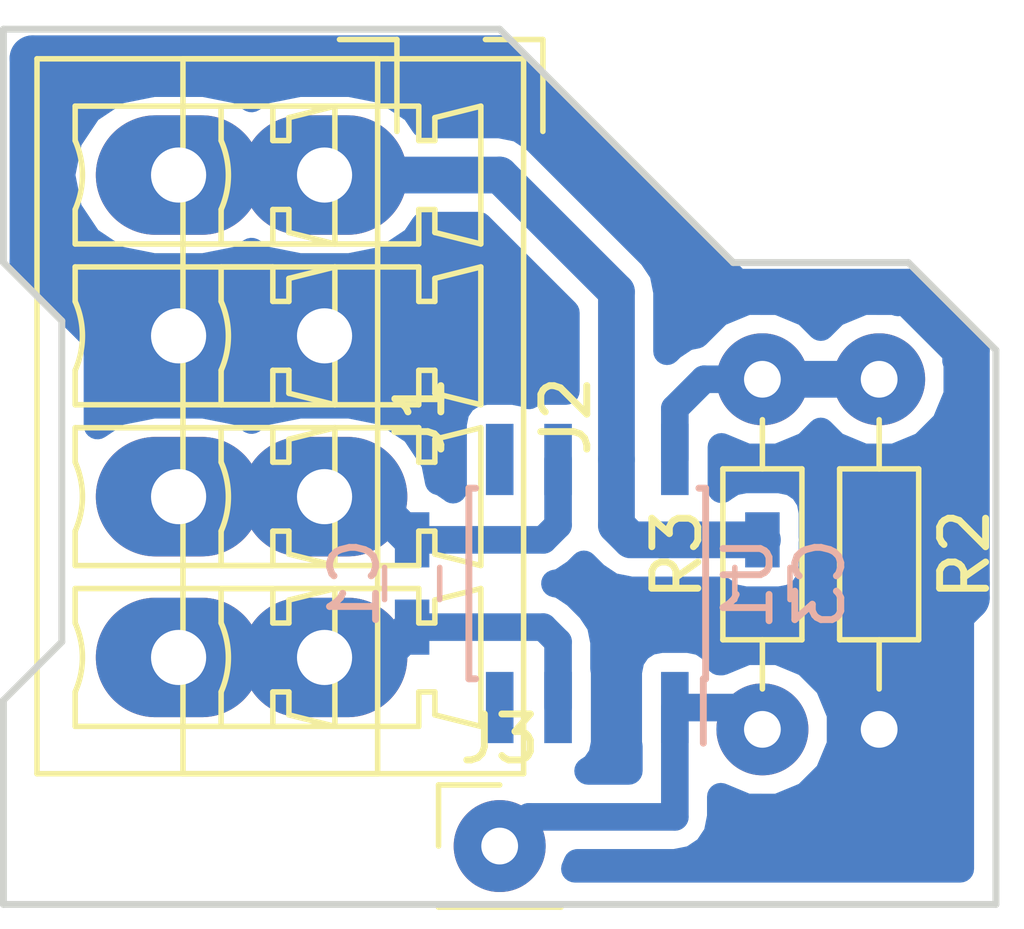
<source format=kicad_pcb>
(kicad_pcb (version 4) (host pcbnew 4.0.7)

  (general
    (links 17)
    (no_connects 0)
    (area 58.43 70.354999 85.58 95.575)
    (thickness 1.6)
    (drawings 11)
    (tracks 48)
    (zones 0)
    (modules 8)
    (nets 7)
  )

  (page A4)
  (layers
    (0 F.Cu signal)
    (31 B.Cu signal)
    (32 B.Adhes user)
    (33 F.Adhes user)
    (34 B.Paste user)
    (35 F.Paste user)
    (36 B.SilkS user)
    (37 F.SilkS user)
    (38 B.Mask user)
    (39 F.Mask user)
    (40 Dwgs.User user)
    (41 Cmts.User user)
    (42 Eco1.User user)
    (43 Eco2.User user)
    (44 Edge.Cuts user)
    (45 Margin user)
    (46 B.CrtYd user)
    (47 F.CrtYd user)
    (48 B.Fab user hide)
    (49 F.Fab user hide)
  )

  (setup
    (last_trace_width 1)
    (user_trace_width 0.6)
    (user_trace_width 0.8)
    (user_trace_width 1)
    (user_trace_width 1.5)
    (user_trace_width 2)
    (user_trace_width 2.8)
    (user_trace_width 3)
    (trace_clearance 0.2)
    (zone_clearance 0.4)
    (zone_45_only no)
    (trace_min 0.6)
    (segment_width 0.2)
    (edge_width 0.15)
    (via_size 1.5)
    (via_drill 0.8)
    (via_min_size 1.5)
    (via_min_drill 0.8)
    (user_via 1.5 0.8)
    (user_via 2 0.8)
    (uvia_size 0.3)
    (uvia_drill 0.1)
    (uvias_allowed no)
    (uvia_min_size 0.2)
    (uvia_min_drill 0.1)
    (pcb_text_width 0.3)
    (pcb_text_size 1.5 1.5)
    (mod_edge_width 0.15)
    (mod_text_size 1 1)
    (mod_text_width 0.15)
    (pad_size 2.6 3.6)
    (pad_drill 1.2)
    (pad_to_mask_clearance 0.2)
    (aux_axis_origin 0 0)
    (visible_elements 7FFFFFFF)
    (pcbplotparams
      (layerselection 0x01000_80000000)
      (usegerberextensions false)
      (excludeedgelayer false)
      (linewidth 0.200000)
      (plotframeref false)
      (viasonmask false)
      (mode 1)
      (useauxorigin false)
      (hpglpennumber 1)
      (hpglpenspeed 20)
      (hpglpendiameter 15)
      (hpglpenoverlay 2)
      (psnegative false)
      (psa4output false)
      (plotreference true)
      (plotvalue true)
      (plotinvisibletext false)
      (padsonsilk false)
      (subtractmaskfromsilk false)
      (outputformat 1)
      (mirror false)
      (drillshape 0)
      (scaleselection 1)
      (outputdirectory ""))
  )

  (net 0 "")
  (net 1 "Net-(C1-Pad1)")
  (net 2 "Net-(C1-Pad2)")
  (net 3 GND)
  (net 4 +3V3)
  (net 5 "Net-(R2-Pad1)")
  (net 6 "Net-(J3-Pad1)")

  (net_class Default "Ceci est la Netclass par défaut"
    (clearance 0.2)
    (trace_width 0.6)
    (via_dia 1.5)
    (via_drill 0.8)
    (uvia_dia 0.3)
    (uvia_drill 0.1)
    (add_net +3V3)
    (add_net GND)
    (add_net "Net-(C1-Pad1)")
    (add_net "Net-(C1-Pad2)")
    (add_net "Net-(J3-Pad1)")
    (add_net "Net-(R2-Pad1)")
  )

  (net_class AC ""
    (clearance 2.2)
    (trace_width 1)
    (via_dia 1.5)
    (via_drill 0.8)
    (uvia_dia 0.3)
    (uvia_drill 0.1)
  )

  (module Connectors_Phoenix:PhoenixContact_MCV-G_04x3.50mm_Vertical (layer F.Cu) (tedit 59566E60) (tstamp 5C361570)
    (at 65.405 75.565 270)
    (descr "Generic Phoenix Contact connector footprint for series: MCV-G; number of pins: 04; pin pitch: 3.50mm; Vertical || order number: 1843622 8A 160V")
    (tags "phoenix_contact connector MCV_01x04_G_3.5mm")
    (path /5BD69704)
    (fp_text reference J1 (at 5.25 -5.25 270) (layer F.SilkS)
      (effects (font (size 1 1) (thickness 0.15)))
    )
    (fp_text value Conn_01x04 (at 5.25 4 270) (layer F.Fab)
      (effects (font (size 1 1) (thickness 0.15)))
    )
    (fp_arc (start 0 3.95) (end -0.75 2.25) (angle 47.6) (layer F.SilkS) (width 0.12))
    (fp_arc (start 3.5 3.95) (end 2.75 2.25) (angle 47.6) (layer F.SilkS) (width 0.12))
    (fp_arc (start 7 3.95) (end 6.25 2.25) (angle 47.6) (layer F.SilkS) (width 0.12))
    (fp_arc (start 10.5 3.95) (end 9.75 2.25) (angle 47.6) (layer F.SilkS) (width 0.12))
    (fp_line (start -2.53 -4.33) (end -2.53 3.08) (layer F.SilkS) (width 0.12))
    (fp_line (start -2.53 3.08) (end 13.03 3.08) (layer F.SilkS) (width 0.12))
    (fp_line (start 13.03 3.08) (end 13.03 -4.33) (layer F.SilkS) (width 0.12))
    (fp_line (start 13.03 -4.33) (end -2.53 -4.33) (layer F.SilkS) (width 0.12))
    (fp_line (start -2.45 -4.25) (end -2.45 3) (layer F.Fab) (width 0.1))
    (fp_line (start -2.45 3) (end 12.95 3) (layer F.Fab) (width 0.1))
    (fp_line (start 12.95 3) (end 12.95 -4.25) (layer F.Fab) (width 0.1))
    (fp_line (start 12.95 -4.25) (end -2.45 -4.25) (layer F.Fab) (width 0.1))
    (fp_line (start -0.75 2.25) (end -1.5 2.25) (layer F.SilkS) (width 0.12))
    (fp_line (start -1.5 2.25) (end -1.5 -2.05) (layer F.SilkS) (width 0.12))
    (fp_line (start -1.5 -2.05) (end -0.75 -2.05) (layer F.SilkS) (width 0.12))
    (fp_line (start -0.75 -2.05) (end -0.75 -2.4) (layer F.SilkS) (width 0.12))
    (fp_line (start -0.75 -2.4) (end -1.25 -2.4) (layer F.SilkS) (width 0.12))
    (fp_line (start -1.25 -2.4) (end -1.5 -3.4) (layer F.SilkS) (width 0.12))
    (fp_line (start -1.5 -3.4) (end 1.5 -3.4) (layer F.SilkS) (width 0.12))
    (fp_line (start 1.5 -3.4) (end 1.25 -2.4) (layer F.SilkS) (width 0.12))
    (fp_line (start 1.25 -2.4) (end 0.75 -2.4) (layer F.SilkS) (width 0.12))
    (fp_line (start 0.75 -2.4) (end 0.75 -2.05) (layer F.SilkS) (width 0.12))
    (fp_line (start 0.75 -2.05) (end 1.5 -2.05) (layer F.SilkS) (width 0.12))
    (fp_line (start 1.5 -2.05) (end 1.5 2.25) (layer F.SilkS) (width 0.12))
    (fp_line (start 1.5 2.25) (end 0.75 2.25) (layer F.SilkS) (width 0.12))
    (fp_line (start 2.75 2.25) (end 2 2.25) (layer F.SilkS) (width 0.12))
    (fp_line (start 2 2.25) (end 2 -2.05) (layer F.SilkS) (width 0.12))
    (fp_line (start 2 -2.05) (end 2.75 -2.05) (layer F.SilkS) (width 0.12))
    (fp_line (start 2.75 -2.05) (end 2.75 -2.4) (layer F.SilkS) (width 0.12))
    (fp_line (start 2.75 -2.4) (end 2.25 -2.4) (layer F.SilkS) (width 0.12))
    (fp_line (start 2.25 -2.4) (end 2 -3.4) (layer F.SilkS) (width 0.12))
    (fp_line (start 2 -3.4) (end 5 -3.4) (layer F.SilkS) (width 0.12))
    (fp_line (start 5 -3.4) (end 4.75 -2.4) (layer F.SilkS) (width 0.12))
    (fp_line (start 4.75 -2.4) (end 4.25 -2.4) (layer F.SilkS) (width 0.12))
    (fp_line (start 4.25 -2.4) (end 4.25 -2.05) (layer F.SilkS) (width 0.12))
    (fp_line (start 4.25 -2.05) (end 5 -2.05) (layer F.SilkS) (width 0.12))
    (fp_line (start 5 -2.05) (end 5 2.25) (layer F.SilkS) (width 0.12))
    (fp_line (start 5 2.25) (end 4.25 2.25) (layer F.SilkS) (width 0.12))
    (fp_line (start 6.25 2.25) (end 5.5 2.25) (layer F.SilkS) (width 0.12))
    (fp_line (start 5.5 2.25) (end 5.5 -2.05) (layer F.SilkS) (width 0.12))
    (fp_line (start 5.5 -2.05) (end 6.25 -2.05) (layer F.SilkS) (width 0.12))
    (fp_line (start 6.25 -2.05) (end 6.25 -2.4) (layer F.SilkS) (width 0.12))
    (fp_line (start 6.25 -2.4) (end 5.75 -2.4) (layer F.SilkS) (width 0.12))
    (fp_line (start 5.75 -2.4) (end 5.5 -3.4) (layer F.SilkS) (width 0.12))
    (fp_line (start 5.5 -3.4) (end 8.5 -3.4) (layer F.SilkS) (width 0.12))
    (fp_line (start 8.5 -3.4) (end 8.25 -2.4) (layer F.SilkS) (width 0.12))
    (fp_line (start 8.25 -2.4) (end 7.75 -2.4) (layer F.SilkS) (width 0.12))
    (fp_line (start 7.75 -2.4) (end 7.75 -2.05) (layer F.SilkS) (width 0.12))
    (fp_line (start 7.75 -2.05) (end 8.5 -2.05) (layer F.SilkS) (width 0.12))
    (fp_line (start 8.5 -2.05) (end 8.5 2.25) (layer F.SilkS) (width 0.12))
    (fp_line (start 8.5 2.25) (end 7.75 2.25) (layer F.SilkS) (width 0.12))
    (fp_line (start 9.75 2.25) (end 9 2.25) (layer F.SilkS) (width 0.12))
    (fp_line (start 9 2.25) (end 9 -2.05) (layer F.SilkS) (width 0.12))
    (fp_line (start 9 -2.05) (end 9.75 -2.05) (layer F.SilkS) (width 0.12))
    (fp_line (start 9.75 -2.05) (end 9.75 -2.4) (layer F.SilkS) (width 0.12))
    (fp_line (start 9.75 -2.4) (end 9.25 -2.4) (layer F.SilkS) (width 0.12))
    (fp_line (start 9.25 -2.4) (end 9 -3.4) (layer F.SilkS) (width 0.12))
    (fp_line (start 9 -3.4) (end 12 -3.4) (layer F.SilkS) (width 0.12))
    (fp_line (start 12 -3.4) (end 11.75 -2.4) (layer F.SilkS) (width 0.12))
    (fp_line (start 11.75 -2.4) (end 11.25 -2.4) (layer F.SilkS) (width 0.12))
    (fp_line (start 11.25 -2.4) (end 11.25 -2.05) (layer F.SilkS) (width 0.12))
    (fp_line (start 11.25 -2.05) (end 12 -2.05) (layer F.SilkS) (width 0.12))
    (fp_line (start 12 -2.05) (end 12 2.25) (layer F.SilkS) (width 0.12))
    (fp_line (start 12 2.25) (end 11.25 2.25) (layer F.SilkS) (width 0.12))
    (fp_line (start -2.95 -4.75) (end -2.95 3.5) (layer F.CrtYd) (width 0.05))
    (fp_line (start -2.95 3.5) (end 13.45 3.5) (layer F.CrtYd) (width 0.05))
    (fp_line (start 13.45 3.5) (end 13.45 -4.75) (layer F.CrtYd) (width 0.05))
    (fp_line (start 13.45 -4.75) (end -2.95 -4.75) (layer F.CrtYd) (width 0.05))
    (fp_line (start -2.95 -3.5) (end -2.95 -4.75) (layer F.SilkS) (width 0.12))
    (fp_line (start -2.95 -4.75) (end -0.95 -4.75) (layer F.SilkS) (width 0.12))
    (fp_line (start -2.95 -3.5) (end -2.95 -4.75) (layer F.Fab) (width 0.1))
    (fp_line (start -2.95 -4.75) (end -0.95 -4.75) (layer F.Fab) (width 0.1))
    (fp_text user %R (at 5.25 -3 270) (layer F.Fab)
      (effects (font (size 1 1) (thickness 0.15)))
    )
    (pad 1 thru_hole oval (at 0 0 270) (size 2.6 3.6) (drill 1.2) (layers *.Cu *.Mask)
      (net 4 +3V3))
    (pad 2 thru_hole oval (at 3.5 0 270) (size 2.6 3.6) (drill 1.2) (layers *.Cu *.Mask)
      (net 3 GND))
    (pad 3 thru_hole oval (at 7 0 270) (size 2.6 3.6) (drill 1.2) (layers *.Cu *.Mask)
      (net 1 "Net-(C1-Pad1)"))
    (pad 4 thru_hole oval (at 10.5 0 270) (size 2.6 3.6) (drill 1.2) (layers *.Cu *.Mask)
      (net 2 "Net-(C1-Pad2)"))
    (model ${KISYS3DMOD}/Connectors_Phoenix.3dshapes/PhoenixContact_MCV-G_04x3.50mm_Vertical.wrl
      (at (xyz 0 0 0))
      (scale (xyz 1 1 1))
      (rotate (xyz 0 0 0))
    )
  )

  (module Connectors_Phoenix:PhoenixContact_MCV-G_04x3.50mm_Vertical (layer F.Cu) (tedit 5C363210) (tstamp 5C0008C4)
    (at 68.58 75.565 270)
    (descr "Generic Phoenix Contact connector footprint for series: MCV-G; number of pins: 04; pin pitch: 3.50mm; Vertical || order number: 1843622 8A 160V")
    (tags "phoenix_contact connector MCV_01x04_G_3.5mm")
    (path /5BD6A6CC)
    (fp_text reference J2 (at 5.25 -5.25 270) (layer F.SilkS)
      (effects (font (size 1 1) (thickness 0.15)))
    )
    (fp_text value Conn_01x04 (at 5.25 4 270) (layer F.Fab)
      (effects (font (size 1 1) (thickness 0.15)))
    )
    (fp_arc (start 0 3.95) (end -0.75 2.25) (angle 47.6) (layer F.SilkS) (width 0.12))
    (fp_arc (start 3.5 3.95) (end 2.75 2.25) (angle 47.6) (layer F.SilkS) (width 0.12))
    (fp_arc (start 7 3.95) (end 6.25 2.25) (angle 47.6) (layer F.SilkS) (width 0.12))
    (fp_arc (start 10.5 3.95) (end 9.75 2.25) (angle 47.6) (layer F.SilkS) (width 0.12))
    (fp_line (start -2.53 -4.33) (end -2.53 3.08) (layer F.SilkS) (width 0.12))
    (fp_line (start -2.53 3.08) (end 13.03 3.08) (layer F.SilkS) (width 0.12))
    (fp_line (start 13.03 3.08) (end 13.03 -4.33) (layer F.SilkS) (width 0.12))
    (fp_line (start 13.03 -4.33) (end -2.53 -4.33) (layer F.SilkS) (width 0.12))
    (fp_line (start -2.45 -4.25) (end -2.45 3) (layer F.Fab) (width 0.1))
    (fp_line (start -2.45 3) (end 12.95 3) (layer F.Fab) (width 0.1))
    (fp_line (start 12.95 3) (end 12.95 -4.25) (layer F.Fab) (width 0.1))
    (fp_line (start 12.95 -4.25) (end -2.45 -4.25) (layer F.Fab) (width 0.1))
    (fp_line (start -0.75 2.25) (end -1.5 2.25) (layer F.SilkS) (width 0.12))
    (fp_line (start -1.5 2.25) (end -1.5 -2.05) (layer F.SilkS) (width 0.12))
    (fp_line (start -1.5 -2.05) (end -0.75 -2.05) (layer F.SilkS) (width 0.12))
    (fp_line (start -0.75 -2.05) (end -0.75 -2.4) (layer F.SilkS) (width 0.12))
    (fp_line (start -0.75 -2.4) (end -1.25 -2.4) (layer F.SilkS) (width 0.12))
    (fp_line (start -1.25 -2.4) (end -1.5 -3.4) (layer F.SilkS) (width 0.12))
    (fp_line (start -1.5 -3.4) (end 1.5 -3.4) (layer F.SilkS) (width 0.12))
    (fp_line (start 1.5 -3.4) (end 1.25 -2.4) (layer F.SilkS) (width 0.12))
    (fp_line (start 1.25 -2.4) (end 0.75 -2.4) (layer F.SilkS) (width 0.12))
    (fp_line (start 0.75 -2.4) (end 0.75 -2.05) (layer F.SilkS) (width 0.12))
    (fp_line (start 0.75 -2.05) (end 1.5 -2.05) (layer F.SilkS) (width 0.12))
    (fp_line (start 1.5 -2.05) (end 1.5 2.25) (layer F.SilkS) (width 0.12))
    (fp_line (start 1.5 2.25) (end 0.75 2.25) (layer F.SilkS) (width 0.12))
    (fp_line (start 2.75 2.25) (end 2 2.25) (layer F.SilkS) (width 0.12))
    (fp_line (start 2 2.25) (end 2 -2.05) (layer F.SilkS) (width 0.12))
    (fp_line (start 2 -2.05) (end 2.75 -2.05) (layer F.SilkS) (width 0.12))
    (fp_line (start 2.75 -2.05) (end 2.75 -2.4) (layer F.SilkS) (width 0.12))
    (fp_line (start 2.75 -2.4) (end 2.25 -2.4) (layer F.SilkS) (width 0.12))
    (fp_line (start 2.25 -2.4) (end 2 -3.4) (layer F.SilkS) (width 0.12))
    (fp_line (start 2 -3.4) (end 5 -3.4) (layer F.SilkS) (width 0.12))
    (fp_line (start 5 -3.4) (end 4.75 -2.4) (layer F.SilkS) (width 0.12))
    (fp_line (start 4.75 -2.4) (end 4.25 -2.4) (layer F.SilkS) (width 0.12))
    (fp_line (start 4.25 -2.4) (end 4.25 -2.05) (layer F.SilkS) (width 0.12))
    (fp_line (start 4.25 -2.05) (end 5 -2.05) (layer F.SilkS) (width 0.12))
    (fp_line (start 5 -2.05) (end 5 2.25) (layer F.SilkS) (width 0.12))
    (fp_line (start 5 2.25) (end 4.25 2.25) (layer F.SilkS) (width 0.12))
    (fp_line (start 6.25 2.25) (end 5.5 2.25) (layer F.SilkS) (width 0.12))
    (fp_line (start 5.5 2.25) (end 5.5 -2.05) (layer F.SilkS) (width 0.12))
    (fp_line (start 5.5 -2.05) (end 6.25 -2.05) (layer F.SilkS) (width 0.12))
    (fp_line (start 6.25 -2.05) (end 6.25 -2.4) (layer F.SilkS) (width 0.12))
    (fp_line (start 6.25 -2.4) (end 5.75 -2.4) (layer F.SilkS) (width 0.12))
    (fp_line (start 5.75 -2.4) (end 5.5 -3.4) (layer F.SilkS) (width 0.12))
    (fp_line (start 5.5 -3.4) (end 8.5 -3.4) (layer F.SilkS) (width 0.12))
    (fp_line (start 8.5 -3.4) (end 8.25 -2.4) (layer F.SilkS) (width 0.12))
    (fp_line (start 8.25 -2.4) (end 7.75 -2.4) (layer F.SilkS) (width 0.12))
    (fp_line (start 7.75 -2.4) (end 7.75 -2.05) (layer F.SilkS) (width 0.12))
    (fp_line (start 7.75 -2.05) (end 8.5 -2.05) (layer F.SilkS) (width 0.12))
    (fp_line (start 8.5 -2.05) (end 8.5 2.25) (layer F.SilkS) (width 0.12))
    (fp_line (start 8.5 2.25) (end 7.75 2.25) (layer F.SilkS) (width 0.12))
    (fp_line (start 9.75 2.25) (end 9 2.25) (layer F.SilkS) (width 0.12))
    (fp_line (start 9 2.25) (end 9 -2.05) (layer F.SilkS) (width 0.12))
    (fp_line (start 9 -2.05) (end 9.75 -2.05) (layer F.SilkS) (width 0.12))
    (fp_line (start 9.75 -2.05) (end 9.75 -2.4) (layer F.SilkS) (width 0.12))
    (fp_line (start 9.75 -2.4) (end 9.25 -2.4) (layer F.SilkS) (width 0.12))
    (fp_line (start 9.25 -2.4) (end 9 -3.4) (layer F.SilkS) (width 0.12))
    (fp_line (start 9 -3.4) (end 12 -3.4) (layer F.SilkS) (width 0.12))
    (fp_line (start 12 -3.4) (end 11.75 -2.4) (layer F.SilkS) (width 0.12))
    (fp_line (start 11.75 -2.4) (end 11.25 -2.4) (layer F.SilkS) (width 0.12))
    (fp_line (start 11.25 -2.4) (end 11.25 -2.05) (layer F.SilkS) (width 0.12))
    (fp_line (start 11.25 -2.05) (end 12 -2.05) (layer F.SilkS) (width 0.12))
    (fp_line (start 12 -2.05) (end 12 2.25) (layer F.SilkS) (width 0.12))
    (fp_line (start 12 2.25) (end 11.25 2.25) (layer F.SilkS) (width 0.12))
    (fp_line (start -2.95 -4.75) (end -2.95 3.5) (layer F.CrtYd) (width 0.05))
    (fp_line (start -2.95 3.5) (end 13.45 3.5) (layer F.CrtYd) (width 0.05))
    (fp_line (start 13.45 3.5) (end 13.45 -4.75) (layer F.CrtYd) (width 0.05))
    (fp_line (start 13.45 -4.75) (end -2.95 -4.75) (layer F.CrtYd) (width 0.05))
    (fp_line (start -2.95 -3.5) (end -2.95 -4.75) (layer F.SilkS) (width 0.12))
    (fp_line (start -2.95 -4.75) (end -0.95 -4.75) (layer F.SilkS) (width 0.12))
    (fp_line (start -2.95 -3.5) (end -2.95 -4.75) (layer F.Fab) (width 0.1))
    (fp_line (start -2.95 -4.75) (end -0.95 -4.75) (layer F.Fab) (width 0.1))
    (fp_text user %R (at 5.25 -3 270) (layer F.Fab)
      (effects (font (size 1 1) (thickness 0.15)))
    )
    (pad 1 thru_hole oval (at 0 0 270) (size 2.6 3.6) (drill 1.2) (layers *.Cu *.Mask)
      (net 4 +3V3))
    (pad 2 thru_hole oval (at 3.5 0 270) (size 2.6 3.6) (drill 1.2) (layers *.Cu *.Mask)
      (net 3 GND))
    (pad 3 thru_hole oval (at 7 0 270) (size 2.6 3.6) (drill 1.2) (layers *.Cu *.Mask)
      (net 1 "Net-(C1-Pad1)"))
    (pad 4 thru_hole oval (at 10.5 0 270) (size 2.6 3.6) (drill 1.2) (layers *.Cu *.Mask)
      (net 2 "Net-(C1-Pad2)"))
    (model ${KISYS3DMOD}/Connectors_Phoenix.3dshapes/PhoenixContact_MCV-G_04x3.50mm_Vertical.wrl
      (at (xyz 0 0 0))
      (scale (xyz 1 1 1))
      (rotate (xyz 0 0 0))
    )
  )

  (module Capacitors_SMD:C_0603_HandSoldering (layer B.Cu) (tedit 58AA848B) (tstamp 5C361562)
    (at 70.485 84.455 270)
    (descr "Capacitor SMD 0603, hand soldering")
    (tags "capacitor 0603")
    (path /5BD81967)
    (attr smd)
    (fp_text reference C1 (at 0 1.25 270) (layer B.SilkS)
      (effects (font (size 1 1) (thickness 0.15)) (justify mirror))
    )
    (fp_text value 100nF (at 0 -1.5 270) (layer B.Fab)
      (effects (font (size 1 1) (thickness 0.15)) (justify mirror))
    )
    (fp_text user %R (at 0 1.25 270) (layer B.Fab)
      (effects (font (size 1 1) (thickness 0.15)) (justify mirror))
    )
    (fp_line (start -0.8 -0.4) (end -0.8 0.4) (layer B.Fab) (width 0.1))
    (fp_line (start 0.8 -0.4) (end -0.8 -0.4) (layer B.Fab) (width 0.1))
    (fp_line (start 0.8 0.4) (end 0.8 -0.4) (layer B.Fab) (width 0.1))
    (fp_line (start -0.8 0.4) (end 0.8 0.4) (layer B.Fab) (width 0.1))
    (fp_line (start -0.35 0.6) (end 0.35 0.6) (layer B.SilkS) (width 0.12))
    (fp_line (start 0.35 -0.6) (end -0.35 -0.6) (layer B.SilkS) (width 0.12))
    (fp_line (start -1.8 0.65) (end 1.8 0.65) (layer B.CrtYd) (width 0.05))
    (fp_line (start -1.8 0.65) (end -1.8 -0.65) (layer B.CrtYd) (width 0.05))
    (fp_line (start 1.8 -0.65) (end 1.8 0.65) (layer B.CrtYd) (width 0.05))
    (fp_line (start 1.8 -0.65) (end -1.8 -0.65) (layer B.CrtYd) (width 0.05))
    (pad 1 smd rect (at -0.95 0 270) (size 1.2 0.75) (layers B.Cu B.Paste B.Mask)
      (net 1 "Net-(C1-Pad1)"))
    (pad 2 smd rect (at 0.95 0 270) (size 1.2 0.75) (layers B.Cu B.Paste B.Mask)
      (net 2 "Net-(C1-Pad2)"))
    (model Capacitors_SMD.3dshapes/C_0603.wrl
      (at (xyz 0 0 0))
      (scale (xyz 1 1 1))
      (rotate (xyz 0 0 0))
    )
  )

  (module Capacitors_SMD:C_0603_HandSoldering (layer B.Cu) (tedit 58AA848B) (tstamp 5C361568)
    (at 78.105 84.455 90)
    (descr "Capacitor SMD 0603, hand soldering")
    (tags "capacitor 0603")
    (path /5BD87F7D)
    (attr smd)
    (fp_text reference C3 (at 0 1.25 90) (layer B.SilkS)
      (effects (font (size 1 1) (thickness 0.15)) (justify mirror))
    )
    (fp_text value 100nF (at 0 -1.5 90) (layer B.Fab)
      (effects (font (size 1 1) (thickness 0.15)) (justify mirror))
    )
    (fp_text user %R (at 0 1.25 90) (layer B.Fab)
      (effects (font (size 1 1) (thickness 0.15)) (justify mirror))
    )
    (fp_line (start -0.8 -0.4) (end -0.8 0.4) (layer B.Fab) (width 0.1))
    (fp_line (start 0.8 -0.4) (end -0.8 -0.4) (layer B.Fab) (width 0.1))
    (fp_line (start 0.8 0.4) (end 0.8 -0.4) (layer B.Fab) (width 0.1))
    (fp_line (start -0.8 0.4) (end 0.8 0.4) (layer B.Fab) (width 0.1))
    (fp_line (start -0.35 0.6) (end 0.35 0.6) (layer B.SilkS) (width 0.12))
    (fp_line (start 0.35 -0.6) (end -0.35 -0.6) (layer B.SilkS) (width 0.12))
    (fp_line (start -1.8 0.65) (end 1.8 0.65) (layer B.CrtYd) (width 0.05))
    (fp_line (start -1.8 0.65) (end -1.8 -0.65) (layer B.CrtYd) (width 0.05))
    (fp_line (start 1.8 -0.65) (end 1.8 0.65) (layer B.CrtYd) (width 0.05))
    (fp_line (start 1.8 -0.65) (end -1.8 -0.65) (layer B.CrtYd) (width 0.05))
    (pad 1 smd rect (at -0.95 0 90) (size 1.2 0.75) (layers B.Cu B.Paste B.Mask)
      (net 3 GND))
    (pad 2 smd rect (at 0.95 0 90) (size 1.2 0.75) (layers B.Cu B.Paste B.Mask)
      (net 4 +3V3))
    (model Capacitors_SMD.3dshapes/C_0603.wrl
      (at (xyz 0 0 0))
      (scale (xyz 1 1 1))
      (rotate (xyz 0 0 0))
    )
  )

  (module Pin_Headers:Pin_Header_Straight_1x01_Pitch2.54mm (layer F.Cu) (tedit 5C3631D8) (tstamp 5C361575)
    (at 72.39 90.17)
    (descr "Through hole straight pin header, 1x01, 2.54mm pitch, single row")
    (tags "Through hole pin header THT 1x01 2.54mm single row")
    (path /5C361195)
    (fp_text reference J3 (at 0 -2.33) (layer F.SilkS)
      (effects (font (size 1 1) (thickness 0.15)))
    )
    (fp_text value Conn_01x01 (at 0 2.33) (layer F.Fab)
      (effects (font (size 1 1) (thickness 0.15)))
    )
    (fp_line (start -0.635 -1.27) (end 1.27 -1.27) (layer F.Fab) (width 0.1))
    (fp_line (start 1.27 -1.27) (end 1.27 1.27) (layer F.Fab) (width 0.1))
    (fp_line (start 1.27 1.27) (end -1.27 1.27) (layer F.Fab) (width 0.1))
    (fp_line (start -1.27 1.27) (end -1.27 -0.635) (layer F.Fab) (width 0.1))
    (fp_line (start -1.27 -0.635) (end -0.635 -1.27) (layer F.Fab) (width 0.1))
    (fp_line (start -1.33 1.33) (end 1.33 1.33) (layer F.SilkS) (width 0.12))
    (fp_line (start -1.33 1.27) (end -1.33 1.33) (layer F.SilkS) (width 0.12))
    (fp_line (start 1.33 1.27) (end 1.33 1.33) (layer F.SilkS) (width 0.12))
    (fp_line (start -1.33 1.27) (end 1.33 1.27) (layer F.SilkS) (width 0.12))
    (fp_line (start -1.33 0) (end -1.33 -1.33) (layer F.SilkS) (width 0.12))
    (fp_line (start -1.33 -1.33) (end 0 -1.33) (layer F.SilkS) (width 0.12))
    (fp_line (start -1.8 -1.8) (end -1.8 1.8) (layer F.CrtYd) (width 0.05))
    (fp_line (start -1.8 1.8) (end 1.8 1.8) (layer F.CrtYd) (width 0.05))
    (fp_line (start 1.8 1.8) (end 1.8 -1.8) (layer F.CrtYd) (width 0.05))
    (fp_line (start 1.8 -1.8) (end -1.8 -1.8) (layer F.CrtYd) (width 0.05))
    (fp_text user %R (at 0 0 90) (layer F.Fab)
      (effects (font (size 1 1) (thickness 0.15)))
    )
    (pad 1 thru_hole circle (at 0 0) (size 2 2) (drill 0.8) (layers *.Cu *.Mask)
      (net 6 "Net-(J3-Pad1)"))
    (model ${KISYS3DMOD}/Pin_Headers.3dshapes/Pin_Header_Straight_1x01_Pitch2.54mm.wrl
      (at (xyz 0 0 0))
      (scale (xyz 1 1 1))
      (rotate (xyz 0 0 0))
    )
  )

  (module Resistors_THT:R_Axial_DIN0204_L3.6mm_D1.6mm_P7.62mm_Horizontal (layer F.Cu) (tedit 5874F706) (tstamp 5C36157B)
    (at 80.645 80.01 270)
    (descr "Resistor, Axial_DIN0204 series, Axial, Horizontal, pin pitch=7.62mm, 0.16666666666666666W = 1/6W, length*diameter=3.6*1.6mm^2, http://cdn-reichelt.de/documents/datenblatt/B400/1_4W%23YAG.pdf")
    (tags "Resistor Axial_DIN0204 series Axial Horizontal pin pitch 7.62mm 0.16666666666666666W = 1/6W length 3.6mm diameter 1.6mm")
    (path /5BD97A4B)
    (fp_text reference R2 (at 3.81 -1.86 270) (layer F.SilkS)
      (effects (font (size 1 1) (thickness 0.15)))
    )
    (fp_text value 5.6K (at 3.81 1.86 270) (layer F.Fab)
      (effects (font (size 1 1) (thickness 0.15)))
    )
    (fp_line (start 2.01 -0.8) (end 2.01 0.8) (layer F.Fab) (width 0.1))
    (fp_line (start 2.01 0.8) (end 5.61 0.8) (layer F.Fab) (width 0.1))
    (fp_line (start 5.61 0.8) (end 5.61 -0.8) (layer F.Fab) (width 0.1))
    (fp_line (start 5.61 -0.8) (end 2.01 -0.8) (layer F.Fab) (width 0.1))
    (fp_line (start 0 0) (end 2.01 0) (layer F.Fab) (width 0.1))
    (fp_line (start 7.62 0) (end 5.61 0) (layer F.Fab) (width 0.1))
    (fp_line (start 1.95 -0.86) (end 1.95 0.86) (layer F.SilkS) (width 0.12))
    (fp_line (start 1.95 0.86) (end 5.67 0.86) (layer F.SilkS) (width 0.12))
    (fp_line (start 5.67 0.86) (end 5.67 -0.86) (layer F.SilkS) (width 0.12))
    (fp_line (start 5.67 -0.86) (end 1.95 -0.86) (layer F.SilkS) (width 0.12))
    (fp_line (start 0.88 0) (end 1.95 0) (layer F.SilkS) (width 0.12))
    (fp_line (start 6.74 0) (end 5.67 0) (layer F.SilkS) (width 0.12))
    (fp_line (start -0.95 -1.15) (end -0.95 1.15) (layer F.CrtYd) (width 0.05))
    (fp_line (start -0.95 1.15) (end 8.6 1.15) (layer F.CrtYd) (width 0.05))
    (fp_line (start 8.6 1.15) (end 8.6 -1.15) (layer F.CrtYd) (width 0.05))
    (fp_line (start 8.6 -1.15) (end -0.95 -1.15) (layer F.CrtYd) (width 0.05))
    (pad 1 thru_hole circle (at 0 0 270) (size 2 2) (drill 0.8) (layers *.Cu *.Mask)
      (net 5 "Net-(R2-Pad1)"))
    (pad 2 thru_hole circle (at 7.62 0 270) (size 2 2) (drill 0.8) (layers *.Cu *.Mask)
      (net 3 GND))
    (model ${KISYS3DMOD}/Resistors_THT.3dshapes/R_Axial_DIN0204_L3.6mm_D1.6mm_P7.62mm_Horizontal.wrl
      (at (xyz 0 0 0))
      (scale (xyz 0.393701 0.393701 0.393701))
      (rotate (xyz 0 0 0))
    )
  )

  (module Resistors_THT:R_Axial_DIN0204_L3.6mm_D1.6mm_P7.62mm_Horizontal (layer F.Cu) (tedit 5C3631BA) (tstamp 5C361581)
    (at 78.105 87.63 90)
    (descr "Resistor, Axial_DIN0204 series, Axial, Horizontal, pin pitch=7.62mm, 0.16666666666666666W = 1/6W, length*diameter=3.6*1.6mm^2, http://cdn-reichelt.de/documents/datenblatt/B400/1_4W%23YAG.pdf")
    (tags "Resistor Axial_DIN0204 series Axial Horizontal pin pitch 7.62mm 0.16666666666666666W = 1/6W length 3.6mm diameter 1.6mm")
    (path /5BD986E5)
    (fp_text reference R3 (at 3.81 -1.86 90) (layer F.SilkS)
      (effects (font (size 1 1) (thickness 0.15)))
    )
    (fp_text value 100K (at 3.81 1.86 90) (layer F.Fab)
      (effects (font (size 1 1) (thickness 0.15)))
    )
    (fp_line (start 2.01 -0.8) (end 2.01 0.8) (layer F.Fab) (width 0.1))
    (fp_line (start 2.01 0.8) (end 5.61 0.8) (layer F.Fab) (width 0.1))
    (fp_line (start 5.61 0.8) (end 5.61 -0.8) (layer F.Fab) (width 0.1))
    (fp_line (start 5.61 -0.8) (end 2.01 -0.8) (layer F.Fab) (width 0.1))
    (fp_line (start 0 0) (end 2.01 0) (layer F.Fab) (width 0.1))
    (fp_line (start 7.62 0) (end 5.61 0) (layer F.Fab) (width 0.1))
    (fp_line (start 1.95 -0.86) (end 1.95 0.86) (layer F.SilkS) (width 0.12))
    (fp_line (start 1.95 0.86) (end 5.67 0.86) (layer F.SilkS) (width 0.12))
    (fp_line (start 5.67 0.86) (end 5.67 -0.86) (layer F.SilkS) (width 0.12))
    (fp_line (start 5.67 -0.86) (end 1.95 -0.86) (layer F.SilkS) (width 0.12))
    (fp_line (start 0.88 0) (end 1.95 0) (layer F.SilkS) (width 0.12))
    (fp_line (start 6.74 0) (end 5.67 0) (layer F.SilkS) (width 0.12))
    (fp_line (start -0.95 -1.15) (end -0.95 1.15) (layer F.CrtYd) (width 0.05))
    (fp_line (start -0.95 1.15) (end 8.6 1.15) (layer F.CrtYd) (width 0.05))
    (fp_line (start 8.6 1.15) (end 8.6 -1.15) (layer F.CrtYd) (width 0.05))
    (fp_line (start 8.6 -1.15) (end -0.95 -1.15) (layer F.CrtYd) (width 0.05))
    (pad 1 thru_hole circle (at 0 0 90) (size 2 2) (drill 0.8) (layers *.Cu *.Mask)
      (net 6 "Net-(J3-Pad1)"))
    (pad 2 thru_hole circle (at 7.62 0 90) (size 2 2) (drill 0.8) (layers *.Cu *.Mask)
      (net 5 "Net-(R2-Pad1)"))
    (model ${KISYS3DMOD}/Resistors_THT.3dshapes/R_Axial_DIN0204_L3.6mm_D1.6mm_P7.62mm_Horizontal.wrl
      (at (xyz 0 0 0))
      (scale (xyz 0.393701 0.393701 0.393701))
      (rotate (xyz 0 0 0))
    )
  )

  (module Housings_SOIC:SOIC-8_3.9x4.9mm_Pitch1.27mm (layer B.Cu) (tedit 58CD0CDA) (tstamp 5C36158D)
    (at 74.295 84.455 90)
    (descr "8-Lead Plastic Small Outline (SN) - Narrow, 3.90 mm Body [SOIC] (see Microchip Packaging Specification 00000049BS.pdf)")
    (tags "SOIC 1.27")
    (path /5BD7E5D2)
    (attr smd)
    (fp_text reference U1 (at 0 3.5 90) (layer B.SilkS)
      (effects (font (size 1 1) (thickness 0.15)) (justify mirror))
    )
    (fp_text value MAX4460ESA (at 0 -3.5 90) (layer B.Fab)
      (effects (font (size 1 1) (thickness 0.15)) (justify mirror))
    )
    (fp_text user %R (at 0 0 90) (layer B.Fab)
      (effects (font (size 1 1) (thickness 0.15)) (justify mirror))
    )
    (fp_line (start -0.95 2.45) (end 1.95 2.45) (layer B.Fab) (width 0.1))
    (fp_line (start 1.95 2.45) (end 1.95 -2.45) (layer B.Fab) (width 0.1))
    (fp_line (start 1.95 -2.45) (end -1.95 -2.45) (layer B.Fab) (width 0.1))
    (fp_line (start -1.95 -2.45) (end -1.95 1.45) (layer B.Fab) (width 0.1))
    (fp_line (start -1.95 1.45) (end -0.95 2.45) (layer B.Fab) (width 0.1))
    (fp_line (start -3.73 2.7) (end -3.73 -2.7) (layer B.CrtYd) (width 0.05))
    (fp_line (start 3.73 2.7) (end 3.73 -2.7) (layer B.CrtYd) (width 0.05))
    (fp_line (start -3.73 2.7) (end 3.73 2.7) (layer B.CrtYd) (width 0.05))
    (fp_line (start -3.73 -2.7) (end 3.73 -2.7) (layer B.CrtYd) (width 0.05))
    (fp_line (start -2.075 2.575) (end -2.075 2.525) (layer B.SilkS) (width 0.15))
    (fp_line (start 2.075 2.575) (end 2.075 2.43) (layer B.SilkS) (width 0.15))
    (fp_line (start 2.075 -2.575) (end 2.075 -2.43) (layer B.SilkS) (width 0.15))
    (fp_line (start -2.075 -2.575) (end -2.075 -2.43) (layer B.SilkS) (width 0.15))
    (fp_line (start -2.075 2.575) (end 2.075 2.575) (layer B.SilkS) (width 0.15))
    (fp_line (start -2.075 -2.575) (end 2.075 -2.575) (layer B.SilkS) (width 0.15))
    (fp_line (start -2.075 2.525) (end -3.475 2.525) (layer B.SilkS) (width 0.15))
    (pad 1 smd rect (at -2.7 1.905 90) (size 1.55 0.6) (layers B.Cu B.Paste B.Mask)
      (net 6 "Net-(J3-Pad1)"))
    (pad 2 smd rect (at -2.7 0.635 90) (size 1.55 0.6) (layers B.Cu B.Paste B.Mask)
      (net 3 GND))
    (pad 3 smd rect (at -2.7 -0.635 90) (size 1.55 0.6) (layers B.Cu B.Paste B.Mask)
      (net 2 "Net-(C1-Pad2)"))
    (pad 4 smd rect (at -2.7 -1.905 90) (size 1.55 0.6) (layers B.Cu B.Paste B.Mask))
    (pad 5 smd rect (at 2.7 -1.905 90) (size 1.55 0.6) (layers B.Cu B.Paste B.Mask))
    (pad 6 smd rect (at 2.7 -0.635 90) (size 1.55 0.6) (layers B.Cu B.Paste B.Mask)
      (net 1 "Net-(C1-Pad1)"))
    (pad 7 smd rect (at 2.7 0.635 90) (size 1.55 0.6) (layers B.Cu B.Paste B.Mask)
      (net 4 +3V3))
    (pad 8 smd rect (at 2.7 1.905 90) (size 1.55 0.6) (layers B.Cu B.Paste B.Mask)
      (net 5 "Net-(R2-Pad1)"))
    (model ${KISYS3DMOD}/Housings_SOIC.3dshapes/SOIC-8_3.9x4.9mm_Pitch1.27mm.wrl
      (at (xyz 0 0 0))
      (scale (xyz 1 1 1))
      (rotate (xyz 0 0 0))
    )
  )

  (gr_line (start 81.28 77.47) (end 77.47 77.47) (angle 90) (layer Edge.Cuts) (width 0.15))
  (gr_line (start 83.185 79.375) (end 81.28 77.47) (angle 90) (layer Edge.Cuts) (width 0.15))
  (gr_line (start 83.185 91.44) (end 83.185 79.375) (angle 90) (layer Edge.Cuts) (width 0.15))
  (gr_line (start 77.47 77.47) (end 72.39 72.39) (angle 90) (layer Edge.Cuts) (width 0.15))
  (gr_line (start 61.595 72.39) (end 61.595 77.47) (angle 90) (layer Edge.Cuts) (width 0.15))
  (gr_line (start 72.39 72.39) (end 61.595 72.39) (angle 90) (layer Edge.Cuts) (width 0.15))
  (gr_line (start 61.595 91.44) (end 83.185 91.44) (angle 90) (layer Edge.Cuts) (width 0.15))
  (gr_line (start 61.595 86.995) (end 61.595 91.44) (angle 90) (layer Edge.Cuts) (width 0.15))
  (gr_line (start 62.865 85.725) (end 61.595 86.995) (angle 90) (layer Edge.Cuts) (width 0.15))
  (gr_line (start 62.865 78.74) (end 61.595 77.47) (angle 90) (layer Edge.Cuts) (width 0.15))
  (gr_line (start 62.865 78.74) (end 62.865 85.725) (angle 90) (layer Edge.Cuts) (width 0.15))

  (segment (start 73.66 81.755) (end 73.66 83.185) (width 0.6) (layer B.Cu) (net 1) (status 10))
  (segment (start 73.34 83.505) (end 70.485 83.505) (width 0.6) (layer B.Cu) (net 1) (tstamp 5C41622B) (status 20))
  (segment (start 73.66 83.185) (end 73.34 83.505) (width 0.6) (layer B.Cu) (net 1) (tstamp 5C41622A))
  (segment (start 68.58 82.565) (end 69.545 82.565) (width 0.8) (layer B.Cu) (net 1) (status 30))
  (segment (start 69.545 82.565) (end 70.485 83.505) (width 0.8) (layer B.Cu) (net 1) (tstamp 5C416224) (status 30))
  (segment (start 65.405 82.565) (end 68.58 82.565) (width 1) (layer B.Cu) (net 1) (status 10))
  (segment (start 70.485 85.405) (end 73.34 85.405) (width 0.6) (layer B.Cu) (net 2) (status 10))
  (segment (start 73.66 85.725) (end 73.66 87.155) (width 0.6) (layer B.Cu) (net 2) (tstamp 5C416238) (status 20))
  (segment (start 73.34 85.405) (end 73.66 85.725) (width 0.6) (layer B.Cu) (net 2) (tstamp 5C416237))
  (segment (start 68.58 86.065) (end 69.825 86.065) (width 0.8) (layer B.Cu) (net 2) (status 30))
  (segment (start 69.825 86.065) (end 70.485 85.405) (width 0.8) (layer B.Cu) (net 2) (tstamp 5C416227) (status 30))
  (segment (start 65.405 86.065) (end 68.58 86.065) (width 1) (layer B.Cu) (net 2) (status 10))
  (segment (start 81.28 78.105) (end 82.55 79.375) (width 1) (layer B.Cu) (net 3))
  (segment (start 81.28 78.105) (end 77.47 78.105) (width 1) (layer B.Cu) (net 3) (tstamp 5C41696E))
  (segment (start 77.47 78.105) (end 72.39 73.025) (width 1) (layer B.Cu) (net 3) (tstamp 5C4163F5))
  (segment (start 65.405 79.065) (end 63.825 79.065) (width 1) (layer B.Cu) (net 3))
  (segment (start 63.825 79.065) (end 62.23 77.47) (width 1) (layer B.Cu) (net 3) (tstamp 5C4163E7))
  (segment (start 81.915 85.405) (end 82.55 84.77) (width 1) (layer B.Cu) (net 3))
  (segment (start 82.55 84.77) (end 82.55 84.455) (width 1) (layer B.Cu) (net 3) (tstamp 5C416351))
  (segment (start 62.23 73.025) (end 62.23 77.47) (width 1) (layer B.Cu) (net 3))
  (segment (start 72.39 73.025) (end 62.23 73.025) (width 1) (layer B.Cu) (net 3) (tstamp 5C4163F9))
  (segment (start 82.55 79.375) (end 82.55 84.455) (width 1) (layer B.Cu) (net 3) (tstamp 5C416972))
  (segment (start 81.915 85.405) (end 80.645 85.405) (width 1) (layer B.Cu) (net 3) (tstamp 5C41634F) (status 10))
  (segment (start 80.645 87.63) (end 80.645 85.405) (width 1) (layer B.Cu) (net 3))
  (segment (start 80.645 85.405) (end 80.645 85.725) (width 1) (layer B.Cu) (net 3) (tstamp 5C41634C))
  (segment (start 80.645 85.725) (end 80.645 85.405) (width 1) (layer B.Cu) (net 3) (tstamp 5C41634E))
  (segment (start 78.105 85.405) (end 80.645 85.405) (width 1) (layer B.Cu) (net 3) (status 10))
  (segment (start 64.46 79.065) (end 65.405 79.065) (width 1) (layer B.Cu) (net 3) (tstamp 5C416267) (status 30))
  (segment (start 78.105 85.405) (end 75.25 85.405) (width 0.8) (layer B.Cu) (net 3) (status 10))
  (segment (start 74.93 85.725) (end 74.93 87.155) (width 0.8) (layer B.Cu) (net 3) (tstamp 5C416219) (status 20))
  (segment (start 75.25 85.405) (end 74.93 85.725) (width 0.8) (layer B.Cu) (net 3) (tstamp 5C416218))
  (segment (start 68.58 79.065) (end 65.405 79.065) (width 1) (layer B.Cu) (net 3) (status 20))
  (segment (start 74.93 81.755) (end 74.93 83.19) (width 0.8) (layer B.Cu) (net 4) (status 10))
  (segment (start 74.93 83.19) (end 75.245 83.505) (width 0.8) (layer B.Cu) (net 4) (tstamp 5C416215))
  (segment (start 75.245 83.505) (end 78.105 83.505) (width 0.8) (layer B.Cu) (net 4) (tstamp 5C41620F) (status 20))
  (segment (start 68.58 75.565) (end 72.39 75.565) (width 0.8) (layer B.Cu) (net 4) (status 10))
  (segment (start 74.93 78.105) (end 74.93 81.755) (width 0.8) (layer B.Cu) (net 4) (tstamp 5C41620B) (status 20))
  (segment (start 72.39 75.565) (end 74.93 78.105) (width 0.8) (layer B.Cu) (net 4) (tstamp 5C41620A))
  (segment (start 68.58 75.565) (end 65.405 75.565) (width 1) (layer B.Cu) (net 4) (status 20))
  (segment (start 78.105 80.01) (end 80.645 80.01) (width 0.8) (layer B.Cu) (net 5) (status 30))
  (segment (start 76.2 81.755) (end 76.2 80.645) (width 0.6) (layer B.Cu) (net 5) (status 10))
  (segment (start 76.835 80.01) (end 78.105 80.01) (width 0.6) (layer B.Cu) (net 5) (tstamp 5C416244) (status 20))
  (segment (start 76.2 80.645) (end 76.835 80.01) (width 0.6) (layer B.Cu) (net 5) (tstamp 5C416243))
  (segment (start 78.105 87.63) (end 77.63 87.155) (width 0.6) (layer B.Cu) (net 6))
  (segment (start 77.63 87.155) (end 76.2 87.155) (width 0.6) (layer B.Cu) (net 6) (tstamp 5C416354))
  (segment (start 76.2 87.155) (end 76.2 89.535) (width 0.6) (layer B.Cu) (net 6) (status 10))
  (segment (start 76.2 89.535) (end 73.025 89.535) (width 0.6) (layer B.Cu) (net 6) (tstamp 5C416253) (status 20))
  (segment (start 73.025 89.535) (end 72.39 90.17) (width 0.6) (layer B.Cu) (net 6) (tstamp 5C41624D) (status 30))

  (zone (net 3) (net_name GND) (layer B.Cu) (tstamp 5C362453) (hatch edge 0.508)
    (connect_pads yes (clearance 0.4))
    (min_thickness 0.6)
    (fill yes (arc_segments 16) (thermal_gap 0.508) (thermal_bridge_width 0.508))
    (polygon
      (pts
        (xy 83.82 91.44) (xy 61.595 91.44) (xy 61.595 71.755) (xy 83.82 71.755)
      )
    )
    (filled_polygon
      (pts
        (xy 82.41 79.696016) (xy 82.41 90.665) (xy 74.025191 90.665) (xy 74.079171 90.535) (xy 76.2 90.535)
        (xy 76.582683 90.45888) (xy 76.907107 90.242107) (xy 77.12388 89.917683) (xy 77.2 89.535) (xy 77.2 89.094944)
        (xy 77.765366 89.329704) (xy 78.441667 89.330294) (xy 79.066715 89.07203) (xy 79.54535 88.59423) (xy 79.804704 87.969634)
        (xy 79.805294 87.293333) (xy 79.54703 86.668285) (xy 79.06923 86.18965) (xy 78.444634 85.930296) (xy 77.768333 85.929706)
        (xy 77.223079 86.155) (xy 77.171377 86.155) (xy 77.164903 86.120596) (xy 77.011595 85.882349) (xy 76.777674 85.722518)
        (xy 76.5 85.666287) (xy 75.9 85.666287) (xy 75.640596 85.715097) (xy 75.402349 85.868405) (xy 75.242518 86.102326)
        (xy 75.186287 86.38) (xy 75.186287 87.93) (xy 75.2 88.002879) (xy 75.2 88.535) (xy 74.312496 88.535)
        (xy 74.457651 88.441595) (xy 74.617482 88.207674) (xy 74.673713 87.93) (xy 74.673713 86.38) (xy 74.66 86.307121)
        (xy 74.66 85.725) (xy 74.58388 85.342317) (xy 74.367107 85.017893) (xy 74.047107 84.697893) (xy 73.722684 84.48112)
        (xy 73.591369 84.455) (xy 73.722684 84.42888) (xy 74.047107 84.212107) (xy 74.22179 84.037424) (xy 74.467182 84.282817)
        (xy 74.589286 84.364404) (xy 74.824048 84.521267) (xy 75.245 84.605) (xy 77.221843 84.605) (xy 77.452326 84.762482)
        (xy 77.73 84.818713) (xy 78.48 84.818713) (xy 78.739404 84.769903) (xy 78.977651 84.616595) (xy 79.137482 84.382674)
        (xy 79.193713 84.105) (xy 79.193713 83.561743) (xy 79.205 83.505) (xy 79.193713 83.448257) (xy 79.193713 82.905)
        (xy 79.144903 82.645596) (xy 78.991595 82.407349) (xy 78.757674 82.247518) (xy 78.48 82.191287) (xy 77.73 82.191287)
        (xy 77.470596 82.240097) (xy 77.232349 82.393405) (xy 77.224426 82.405) (xy 77.213713 82.405) (xy 77.213713 81.480638)
        (xy 77.765366 81.709704) (xy 78.441667 81.710294) (xy 79.066715 81.45203) (xy 79.375119 81.144164) (xy 79.68077 81.45035)
        (xy 80.305366 81.709704) (xy 80.981667 81.710294) (xy 81.606715 81.45203) (xy 82.08535 80.97423) (xy 82.344704 80.349634)
        (xy 82.345294 79.673333) (xy 82.315704 79.60172)
      )
    )
    (filled_polygon
      (pts
        (xy 76.921992 78.018008) (xy 77.17342 78.186007) (xy 77.47 78.245) (xy 80.958984 78.245) (xy 81.052432 78.338448)
        (xy 80.984634 78.310296) (xy 80.308333 78.309706) (xy 79.683285 78.56797) (xy 79.374881 78.875836) (xy 79.06923 78.56965)
        (xy 78.444634 78.310296) (xy 77.768333 78.309706) (xy 77.143285 78.56797) (xy 76.66701 79.043415) (xy 76.452316 79.08612)
        (xy 76.127893 79.302893) (xy 76.03 79.400786) (xy 76.03 78.105) (xy 75.946267 77.684048) (xy 75.866722 77.565)
        (xy 75.707817 77.327182) (xy 73.167817 74.787183) (xy 72.810952 74.548733) (xy 72.39 74.465) (xy 70.753143 74.465)
        (xy 70.543192 74.150786) (xy 69.894345 73.717241) (xy 69.128978 73.565) (xy 68.031022 73.565) (xy 67.265655 73.717241)
        (xy 66.9925 73.899757) (xy 66.719345 73.717241) (xy 65.953978 73.565) (xy 64.856022 73.565) (xy 64.090655 73.717241)
        (xy 63.441808 74.150786) (xy 63.008263 74.799633) (xy 62.856022 75.565) (xy 63.008263 76.330367) (xy 63.441808 76.979214)
        (xy 64.090655 77.412759) (xy 64.856022 77.565) (xy 65.953978 77.565) (xy 66.719345 77.412759) (xy 66.9925 77.230243)
        (xy 67.265655 77.412759) (xy 68.031022 77.565) (xy 69.128978 77.565) (xy 69.894345 77.412759) (xy 70.543192 76.979214)
        (xy 70.753143 76.665) (xy 71.934366 76.665) (xy 73.83 78.560635) (xy 73.83 80.266287) (xy 73.36 80.266287)
        (xy 73.100596 80.315097) (xy 73.026549 80.362745) (xy 72.967674 80.322518) (xy 72.69 80.266287) (xy 72.09 80.266287)
        (xy 71.830596 80.315097) (xy 71.592349 80.468405) (xy 71.432518 80.702326) (xy 71.376287 80.98) (xy 71.376287 82.414641)
        (xy 71.371595 82.407349) (xy 71.137674 82.247518) (xy 71.062811 82.232358) (xy 70.976737 81.799633) (xy 70.543192 81.150786)
        (xy 69.894345 80.717241) (xy 69.128978 80.565) (xy 68.031022 80.565) (xy 67.265655 80.717241) (xy 66.9925 80.899757)
        (xy 66.719345 80.717241) (xy 65.953978 80.565) (xy 64.856022 80.565) (xy 64.090655 80.717241) (xy 63.64 81.018359)
        (xy 63.64 78.74) (xy 63.581007 78.44342) (xy 63.413008 78.191992) (xy 62.37 77.148984) (xy 62.37 73.165)
        (xy 72.068984 73.165)
      )
    )
  )
)

</source>
